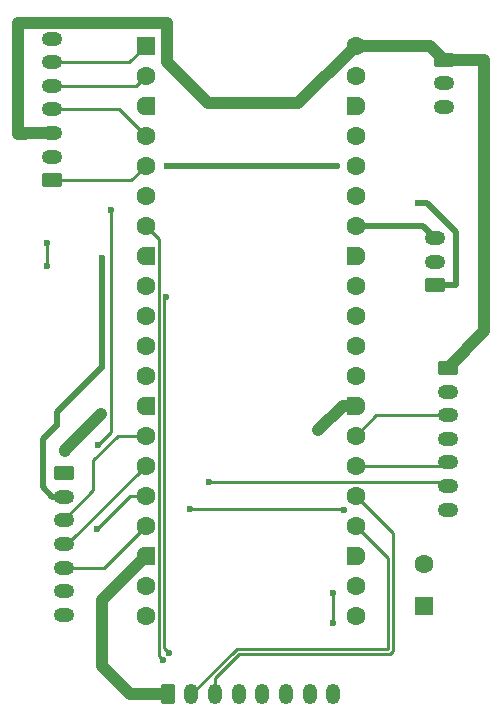
<source format=gbl>
%TF.GenerationSoftware,KiCad,Pcbnew,9.0.1*%
%TF.CreationDate,2025-08-12T13:46:24-07:00*%
%TF.ProjectId,fone,666f6e65-2e6b-4696-9361-645f70636258,0.5*%
%TF.SameCoordinates,Original*%
%TF.FileFunction,Copper,L2,Bot*%
%TF.FilePolarity,Positive*%
%FSLAX46Y46*%
G04 Gerber Fmt 4.6, Leading zero omitted, Abs format (unit mm)*
G04 Created by KiCad (PCBNEW 9.0.1) date 2025-08-12 13:46:24*
%MOMM*%
%LPD*%
G01*
G04 APERTURE LIST*
G04 Aperture macros list*
%AMRoundRect*
0 Rectangle with rounded corners*
0 $1 Rounding radius*
0 $2 $3 $4 $5 $6 $7 $8 $9 X,Y pos of 4 corners*
0 Add a 4 corners polygon primitive as box body*
4,1,4,$2,$3,$4,$5,$6,$7,$8,$9,$2,$3,0*
0 Add four circle primitives for the rounded corners*
1,1,$1+$1,$2,$3*
1,1,$1+$1,$4,$5*
1,1,$1+$1,$6,$7*
1,1,$1+$1,$8,$9*
0 Add four rect primitives between the rounded corners*
20,1,$1+$1,$2,$3,$4,$5,0*
20,1,$1+$1,$4,$5,$6,$7,0*
20,1,$1+$1,$6,$7,$8,$9,0*
20,1,$1+$1,$8,$9,$2,$3,0*%
%AMFreePoly0*
4,1,37,0.603843,0.796157,0.639018,0.796157,0.711114,0.766294,0.766294,0.711114,0.796157,0.639018,0.796157,0.603843,0.800000,0.600000,0.800000,-0.600000,0.796157,-0.603843,0.796157,-0.639018,0.766294,-0.711114,0.711114,-0.766294,0.639018,-0.796157,0.603843,-0.796157,0.600000,-0.800000,0.000000,-0.800000,0.000000,-0.796148,-0.078414,-0.796148,-0.232228,-0.765552,-0.377117,-0.705537,
-0.507515,-0.618408,-0.618408,-0.507515,-0.705537,-0.377117,-0.765552,-0.232228,-0.796148,-0.078414,-0.796148,0.078414,-0.765552,0.232228,-0.705537,0.377117,-0.618408,0.507515,-0.507515,0.618408,-0.377117,0.705537,-0.232228,0.765552,-0.078414,0.796148,0.000000,0.796148,0.000000,0.800000,0.600000,0.800000,0.603843,0.796157,0.603843,0.796157,$1*%
%AMFreePoly1*
4,1,37,0.000000,0.796148,0.078414,0.796148,0.232228,0.765552,0.377117,0.705537,0.507515,0.618408,0.618408,0.507515,0.705537,0.377117,0.765552,0.232228,0.796148,0.078414,0.796148,-0.078414,0.765552,-0.232228,0.705537,-0.377117,0.618408,-0.507515,0.507515,-0.618408,0.377117,-0.705537,0.232228,-0.765552,0.078414,-0.796148,0.000000,-0.796148,0.000000,-0.800000,-0.600000,-0.800000,
-0.603843,-0.796157,-0.639018,-0.796157,-0.711114,-0.766294,-0.766294,-0.711114,-0.796157,-0.639018,-0.796157,-0.603843,-0.800000,-0.600000,-0.800000,0.600000,-0.796157,0.603843,-0.796157,0.639018,-0.766294,0.711114,-0.711114,0.766294,-0.639018,0.796157,-0.603843,0.796157,-0.600000,0.800000,0.000000,0.800000,0.000000,0.796148,0.000000,0.796148,$1*%
G04 Aperture macros list end*
%TA.AperFunction,ComponentPad*%
%ADD10RoundRect,0.250000X0.550000X-0.550000X0.550000X0.550000X-0.550000X0.550000X-0.550000X-0.550000X0*%
%TD*%
%TA.AperFunction,ComponentPad*%
%ADD11C,1.600000*%
%TD*%
%TA.AperFunction,ComponentPad*%
%ADD12RoundRect,0.250000X-0.350000X-0.625000X0.350000X-0.625000X0.350000X0.625000X-0.350000X0.625000X0*%
%TD*%
%TA.AperFunction,ComponentPad*%
%ADD13O,1.200000X1.750000*%
%TD*%
%TA.AperFunction,ComponentPad*%
%ADD14RoundRect,0.250000X-0.625000X0.350000X-0.625000X-0.350000X0.625000X-0.350000X0.625000X0.350000X0*%
%TD*%
%TA.AperFunction,ComponentPad*%
%ADD15O,1.750000X1.200000*%
%TD*%
%TA.AperFunction,ComponentPad*%
%ADD16RoundRect,0.250000X0.625000X-0.350000X0.625000X0.350000X-0.625000X0.350000X-0.625000X-0.350000X0*%
%TD*%
%TA.AperFunction,ComponentPad*%
%ADD17RoundRect,0.200000X-0.600000X-0.600000X0.600000X-0.600000X0.600000X0.600000X-0.600000X0.600000X0*%
%TD*%
%TA.AperFunction,ComponentPad*%
%ADD18FreePoly0,0.000000*%
%TD*%
%TA.AperFunction,ComponentPad*%
%ADD19FreePoly1,0.000000*%
%TD*%
%TA.AperFunction,ViaPad*%
%ADD20C,0.600000*%
%TD*%
%TA.AperFunction,Conductor*%
%ADD21C,1.000000*%
%TD*%
%TA.AperFunction,Conductor*%
%ADD22C,0.250000*%
%TD*%
%TA.AperFunction,Conductor*%
%ADD23C,0.500000*%
%TD*%
G04 APERTURE END LIST*
D10*
%TO.P,M1,1,+*%
%TO.N,Net-(A1-GPIO16)*%
X146700000Y-116600000D03*
D11*
%TO.P,M1,2,-*%
%TO.N,GND*%
X146700000Y-113000000D03*
%TD*%
D12*
%TO.P,J6,1,COM/GND*%
%TO.N,GND*%
X125000000Y-124050000D03*
D13*
%TO.P,J6,2,UP*%
%TO.N,Net-(A1-GPIO18)*%
X127000000Y-124050000D03*
%TO.P,J6,3,DWN*%
%TO.N,Net-(A1-GPIO19)*%
X129000000Y-124050000D03*
%TO.P,J6,4,LET*%
%TO.N,Net-(A1-GPIO4)*%
X131000000Y-124050000D03*
%TO.P,J6,5,RHT*%
%TO.N,Net-(A1-GPIO5)*%
X133000000Y-124050000D03*
%TO.P,J6,6,MID*%
%TO.N,Net-(A1-GPIO6)*%
X135000000Y-124050000D03*
%TO.P,J6,7,SET*%
%TO.N,Net-(A1-GPIO17)*%
X137000000Y-124050000D03*
%TO.P,J6,8,RST*%
%TO.N,Net-(A1-GPIO22)*%
X139000000Y-124050000D03*
%TD*%
D14*
%TO.P,J5,1,VIN*%
%TO.N,+5V*%
X148700000Y-96400000D03*
D15*
%TO.P,J5,2,GND*%
%TO.N,GND*%
X148700000Y-98400000D03*
%TO.P,J5,3,SD*%
%TO.N,Net-(A1-GPIO21)*%
X148700000Y-100400000D03*
%TO.P,J5,4,GAIN*%
%TO.N,unconnected-(J5-GAIN-Pad4)*%
X148700000Y-102400000D03*
%TO.P,J5,5,DIN*%
%TO.N,Net-(A1-GPIO20)*%
X148700000Y-104400000D03*
%TO.P,J5,6,BCLK*%
%TO.N,Net-(A1-GPIO14)*%
X148700000Y-106400000D03*
%TO.P,J5,7,LRC*%
%TO.N,Net-(A1-GPIO15)*%
X148700000Y-108400000D03*
%TD*%
D16*
%TO.P,J4,1,VCC*%
%TO.N,+3V3*%
X147600000Y-89400000D03*
D15*
%TO.P,J4,2,GND*%
%TO.N,GND*%
X147600000Y-87400000D03*
%TO.P,J4,3,OUT*%
%TO.N,Net-(A1-GPIO28_ADC2)*%
X147600000Y-85400000D03*
%TD*%
D14*
%TO.P,J3,1,GND*%
%TO.N,GND*%
X116165000Y-105312500D03*
D15*
%TO.P,J3,2,VCC*%
%TO.N,+3V3*%
X116165000Y-107312500D03*
%TO.P,J3,3,SCK*%
%TO.N,Net-(A1-GPIO10)*%
X116165000Y-109312500D03*
%TO.P,J3,4,SDA*%
%TO.N,Net-(A1-GPIO11)*%
X116165000Y-111312500D03*
%TO.P,J3,5,RES*%
%TO.N,Net-(A1-GPIO13)*%
X116165000Y-113312500D03*
%TO.P,J3,6,DC*%
%TO.N,Net-(A1-GPIO12)*%
X116165000Y-115312500D03*
%TO.P,J3,7,CS*%
%TO.N,Net-(A1-GPIO9)*%
X116165000Y-117312500D03*
%TD*%
D14*
%TO.P,J2,1,VCC*%
%TO.N,+5V*%
X148400000Y-70300000D03*
D15*
%TO.P,J2,2,GND*%
%TO.N,GND*%
X148400000Y-72300000D03*
%TO.P,J2,3,VBAT_SENSE*%
%TO.N,Net-(J2-VBAT_SENSE)*%
X148400000Y-74300000D03*
%TD*%
D16*
%TO.P,J1,1,SLEEP*%
%TO.N,Net-(A1-GPIO3)*%
X115165000Y-80512500D03*
D15*
%TO.P,J1,2,GND*%
%TO.N,GND*%
X115165000Y-78512500D03*
%TO.P,J1,3,VCC*%
%TO.N,+5V*%
X115165000Y-76512500D03*
%TO.P,J1,4,PWRKEY*%
%TO.N,Net-(A1-GPIO2)*%
X115165000Y-74512500D03*
%TO.P,J1,5,TXD*%
%TO.N,Net-(A1-GPIO1)*%
X115165000Y-72512500D03*
%TO.P,J1,6,RXD*%
%TO.N,Net-(A1-GPIO0)*%
X115165000Y-70512500D03*
%TO.P,J1,7,GND*%
%TO.N,GND*%
X115165000Y-68512500D03*
%TD*%
D17*
%TO.P,A1,1,GPIO0*%
%TO.N,Net-(A1-GPIO0)*%
X123120000Y-69120000D03*
D11*
%TO.P,A1,2,GPIO1*%
%TO.N,Net-(A1-GPIO1)*%
X123120000Y-71660000D03*
D18*
%TO.P,A1,3,GND*%
%TO.N,GND*%
X123120000Y-74200000D03*
D11*
%TO.P,A1,4,GPIO2*%
%TO.N,Net-(A1-GPIO2)*%
X123120000Y-76740000D03*
%TO.P,A1,5,GPIO3*%
%TO.N,Net-(A1-GPIO3)*%
X123120000Y-79280000D03*
%TO.P,A1,6,GPIO4*%
%TO.N,Net-(A1-GPIO4)*%
X123120000Y-81820000D03*
%TO.P,A1,7,GPIO5*%
%TO.N,Net-(A1-GPIO5)*%
X123120000Y-84360000D03*
D18*
%TO.P,A1,8,GND*%
%TO.N,GND*%
X123120000Y-86900000D03*
D11*
%TO.P,A1,9,GPIO6*%
%TO.N,Net-(A1-GPIO6)*%
X123120000Y-89440000D03*
%TO.P,A1,10,GPIO7*%
%TO.N,Net-(A1-GPIO7)*%
X123120000Y-91980000D03*
%TO.P,A1,11,GPIO8*%
%TO.N,Net-(A1-GPIO8)*%
X123120000Y-94520000D03*
%TO.P,A1,12,GPIO9*%
%TO.N,Net-(A1-GPIO9)*%
X123120000Y-97060000D03*
D18*
%TO.P,A1,13,GND*%
%TO.N,GND*%
X123120000Y-99600000D03*
D11*
%TO.P,A1,14,GPIO10*%
%TO.N,Net-(A1-GPIO10)*%
X123120000Y-102140000D03*
%TO.P,A1,15,GPIO11*%
%TO.N,Net-(A1-GPIO11)*%
X123120000Y-104680000D03*
%TO.P,A1,16,GPIO12*%
%TO.N,Net-(A1-GPIO12)*%
X123120000Y-107220000D03*
%TO.P,A1,17,GPIO13*%
%TO.N,Net-(A1-GPIO13)*%
X123120000Y-109760000D03*
D18*
%TO.P,A1,18,GND*%
%TO.N,GND*%
X123120000Y-112300000D03*
D11*
%TO.P,A1,19,GPIO14*%
%TO.N,Net-(A1-GPIO14)*%
X123120000Y-114840000D03*
%TO.P,A1,20,GPIO15*%
%TO.N,Net-(A1-GPIO15)*%
X123120000Y-117380000D03*
%TO.P,A1,21,GPIO16*%
%TO.N,Net-(A1-GPIO16)*%
X140900000Y-117380000D03*
%TO.P,A1,22,GPIO17*%
%TO.N,Net-(A1-GPIO17)*%
X140900000Y-114840000D03*
D19*
%TO.P,A1,23,GND*%
%TO.N,GND*%
X140900000Y-112300000D03*
D11*
%TO.P,A1,24,GPIO18*%
%TO.N,Net-(A1-GPIO18)*%
X140900000Y-109760000D03*
%TO.P,A1,25,GPIO19*%
%TO.N,Net-(A1-GPIO19)*%
X140900000Y-107220000D03*
%TO.P,A1,26,GPIO20*%
%TO.N,Net-(A1-GPIO20)*%
X140900000Y-104680000D03*
%TO.P,A1,27,GPIO21*%
%TO.N,Net-(A1-GPIO21)*%
X140900000Y-102140000D03*
D19*
%TO.P,A1,28,GND*%
%TO.N,GND*%
X140900000Y-99600000D03*
D11*
%TO.P,A1,29,GPIO22*%
%TO.N,Net-(A1-GPIO22)*%
X140900000Y-97060000D03*
%TO.P,A1,30,RUN*%
%TO.N,unconnected-(A1-RUN-Pad30)_1*%
X140900000Y-94520000D03*
%TO.P,A1,31,GPIO26_ADC0*%
%TO.N,Net-(A1-GPIO26_ADC0)*%
X140900000Y-91980000D03*
%TO.P,A1,32,GPIO27_ADC1*%
%TO.N,unconnected-(A1-GPIO27_ADC1-Pad32)*%
X140900000Y-89440000D03*
D19*
%TO.P,A1,33,AGND*%
%TO.N,unconnected-(A1-AGND-Pad33)_1*%
X140900000Y-86900000D03*
D11*
%TO.P,A1,34,GPIO28_ADC2*%
%TO.N,Net-(A1-GPIO28_ADC2)*%
X140900000Y-84360000D03*
%TO.P,A1,35,ADC_VREF*%
%TO.N,unconnected-(A1-ADC_VREF-Pad35)_1*%
X140900000Y-81820000D03*
%TO.P,A1,36,3V3*%
%TO.N,+3V3*%
X140900000Y-79280000D03*
%TO.P,A1,37,3V3_EN*%
%TO.N,unconnected-(A1-3V3_EN-Pad37)*%
X140900000Y-76740000D03*
D19*
%TO.P,A1,38,GND*%
%TO.N,GND*%
X140900000Y-74200000D03*
D11*
%TO.P,A1,39,VSYS*%
%TO.N,unconnected-(A1-VSYS-Pad39)*%
X140900000Y-71660000D03*
%TO.P,A1,40,VBUS*%
%TO.N,+5V*%
X140900000Y-69120000D03*
%TD*%
D20*
%TO.N,GND*%
X137700000Y-101700000D03*
%TO.N,Net-(A1-GPIO15)*%
X139900000Y-108400000D03*
X126863941Y-108363941D03*
%TO.N,Net-(A1-GPIO14)*%
X128500000Y-106100000D03*
%TO.N,+3V3*%
X124900000Y-79300000D03*
X139300000Y-79300000D03*
%TO.N,GND*%
X119374000Y-100300000D03*
X116300000Y-103400000D03*
%TO.N,Net-(A1-GPIO6)*%
X124876000Y-90400000D03*
X125056386Y-120502383D03*
%TO.N,Net-(A1-GPIO5)*%
X124565739Y-121134261D03*
%TO.N,Net-(A1-GPIO4)*%
X120200000Y-83000000D03*
X119100000Y-102900000D03*
%TO.N,Net-(U1-~{WP}{slash}IO_{2})*%
X114800000Y-85787500D03*
X114800000Y-87800000D03*
%TO.N,Net-(A1-GPIO12)*%
X119000000Y-110000000D03*
%TO.N,+3V3*%
X115600000Y-101200000D03*
X119400000Y-96300000D03*
X119400000Y-87100000D03*
X146200000Y-82400000D03*
%TO.N,Net-(A1-GPIO22)*%
X139000000Y-118000000D03*
X139000000Y-115500000D03*
%TD*%
D21*
%TO.N,GND*%
X139800000Y-99600000D02*
X137700000Y-101700000D01*
X140900000Y-99600000D02*
X139800000Y-99600000D01*
%TO.N,+5V*%
X140900000Y-69120000D02*
X136020000Y-74000000D01*
X136020000Y-74000000D02*
X128400000Y-74000000D01*
X128400000Y-74000000D02*
X124900000Y-70500000D01*
X124900000Y-70500000D02*
X124900000Y-67200000D01*
X124900000Y-67200000D02*
X112300000Y-67200000D01*
X112987500Y-76512500D02*
X115165000Y-76512500D01*
X112300000Y-67200000D02*
X112300000Y-76600000D01*
X112300000Y-76600000D02*
X112900000Y-76600000D01*
X112900000Y-76600000D02*
X112987500Y-76512500D01*
D22*
%TO.N,Net-(A1-GPIO15)*%
X139863941Y-108363941D02*
X139900000Y-108400000D01*
X126863941Y-108363941D02*
X139863941Y-108363941D01*
%TO.N,Net-(A1-GPIO14)*%
X128500000Y-106100000D02*
X128506000Y-106094000D01*
X128506000Y-106094000D02*
X148394000Y-106094000D01*
X148394000Y-106094000D02*
X148700000Y-106400000D01*
D23*
%TO.N,+3V3*%
X139300000Y-79300000D02*
X124900000Y-79300000D01*
D21*
%TO.N,GND*%
X119400000Y-121600000D02*
X121800000Y-124000000D01*
X123120000Y-112300000D02*
X119400000Y-116020000D01*
X122950000Y-124050000D02*
X125000000Y-124050000D01*
X121800000Y-124000000D02*
X122900000Y-124000000D01*
X119400000Y-116020000D02*
X119400000Y-121600000D01*
X122900000Y-124000000D02*
X122950000Y-124050000D01*
X116300000Y-103374000D02*
X119374000Y-100300000D01*
X116300000Y-103400000D02*
X116300000Y-103374000D01*
D22*
%TO.N,Net-(A1-GPIO6)*%
X124702000Y-90574000D02*
X124876000Y-90400000D01*
X124702000Y-120147997D02*
X124702000Y-90574000D01*
X125056386Y-120502383D02*
X124702000Y-120147997D01*
%TO.N,Net-(A1-GPIO5)*%
X124246000Y-120814522D02*
X124246000Y-117500000D01*
X124246000Y-117500000D02*
X124251000Y-117495000D01*
X124565739Y-121134261D02*
X124246000Y-120814522D01*
X124251000Y-85491000D02*
X123120000Y-84360000D01*
X124251000Y-117495000D02*
X124251000Y-85491000D01*
%TO.N,Net-(A1-GPIO4)*%
X120200000Y-101800000D02*
X120200000Y-83000000D01*
X119100000Y-102900000D02*
X120200000Y-101800000D01*
%TO.N,Net-(U1-~{WP}{slash}IO_{2})*%
X114800000Y-87800000D02*
X114800000Y-85787500D01*
%TO.N,Net-(A1-GPIO13)*%
X123120000Y-109760000D02*
X119567500Y-113312500D01*
X119567500Y-113312500D02*
X116165000Y-113312500D01*
%TO.N,Net-(A1-GPIO12)*%
X121780000Y-107220000D02*
X119000000Y-110000000D01*
X123120000Y-107220000D02*
X121780000Y-107220000D01*
%TO.N,Net-(A1-GPIO11)*%
X123120000Y-104680000D02*
X116487500Y-111312500D01*
X116487500Y-111312500D02*
X116165000Y-111312500D01*
%TO.N,Net-(A1-GPIO10)*%
X118700000Y-106777500D02*
X118700000Y-104200000D01*
X116165000Y-109312500D02*
X118700000Y-106777500D01*
X118700000Y-104200000D02*
X120760000Y-102140000D01*
X120760000Y-102140000D02*
X123120000Y-102140000D01*
%TO.N,Net-(A1-GPIO0)*%
X115165000Y-70512500D02*
X121727500Y-70512500D01*
X121727500Y-70512500D02*
X123120000Y-69120000D01*
%TO.N,Net-(A1-GPIO1)*%
X115165000Y-72512500D02*
X122267500Y-72512500D01*
X122267500Y-72512500D02*
X123120000Y-71660000D01*
%TO.N,Net-(A1-GPIO2)*%
X115165000Y-74512500D02*
X120892500Y-74512500D01*
X120892500Y-74512500D02*
X123120000Y-76740000D01*
%TO.N,Net-(A1-GPIO3)*%
X115165000Y-80512500D02*
X121887500Y-80512500D01*
X121887500Y-80512500D02*
X123120000Y-79280000D01*
D23*
%TO.N,+3V3*%
X114400000Y-102400000D02*
X114400000Y-106500000D01*
X114400000Y-106500000D02*
X115212500Y-107312500D01*
X115600000Y-101200000D02*
X114400000Y-102400000D01*
X115212500Y-107312500D02*
X116165000Y-107312500D01*
X115600000Y-100100000D02*
X115600000Y-101200000D01*
X119400000Y-96300000D02*
X115600000Y-100100000D01*
X119400000Y-87100000D02*
X119400000Y-96300000D01*
X149400000Y-84900000D02*
X149400000Y-89400000D01*
X146200000Y-82400000D02*
X146900000Y-82400000D01*
X146900000Y-82400000D02*
X149400000Y-84900000D01*
X149400000Y-89400000D02*
X147600000Y-89400000D01*
D22*
%TO.N,Net-(A1-GPIO21)*%
X148700000Y-100400000D02*
X142640000Y-100400000D01*
X142640000Y-100400000D02*
X140900000Y-102140000D01*
%TO.N,Net-(A1-GPIO20)*%
X148700000Y-104400000D02*
X148400000Y-104400000D01*
X148400000Y-104400000D02*
X148120000Y-104680000D01*
X148120000Y-104680000D02*
X140900000Y-104680000D01*
%TO.N,Net-(A1-GPIO19)*%
X140900000Y-107220000D02*
X144051000Y-110371000D01*
X131036810Y-120651000D02*
X129000000Y-122687810D01*
X144051000Y-110371000D02*
X144051000Y-120386810D01*
X144051000Y-120386810D02*
X143786810Y-120651000D01*
X143786810Y-120651000D02*
X131036810Y-120651000D01*
X129000000Y-122687810D02*
X129000000Y-124050000D01*
%TO.N,Net-(A1-GPIO18)*%
X143600000Y-112460000D02*
X143600000Y-120200000D01*
X140900000Y-109760000D02*
X143600000Y-112460000D01*
X143600000Y-120200000D02*
X130850000Y-120200000D01*
X130850000Y-120200000D02*
X127000000Y-124050000D01*
%TO.N,Net-(A1-GPIO22)*%
X139000000Y-118000000D02*
X139000000Y-115500000D01*
D23*
%TO.N,Net-(A1-GPIO28_ADC2)*%
X140900000Y-84360000D02*
X146560000Y-84360000D01*
X146560000Y-84360000D02*
X147600000Y-85400000D01*
D21*
%TO.N,+5V*%
X151800000Y-93300000D02*
X151800000Y-70300000D01*
X148700000Y-96400000D02*
X151800000Y-93300000D01*
X151800000Y-70300000D02*
X148400000Y-70300000D01*
X140900000Y-69120000D02*
X147220000Y-69120000D01*
X147220000Y-69120000D02*
X148400000Y-70300000D01*
%TD*%
M02*

</source>
